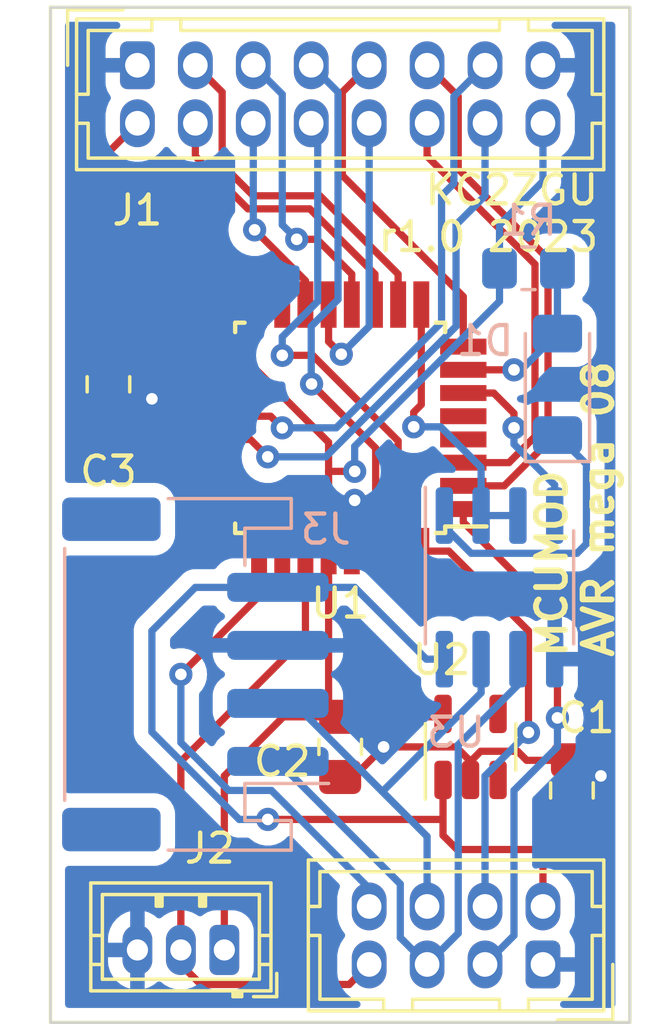
<source format=kicad_pcb>
(kicad_pcb (version 20221018) (generator pcbnew)
  (layers (0 "F.Cu" signal) (31 "B.Cu" signal) (34 "B.Paste" user) (35 "F.Paste" user) (36 "B.SilkS" user "B.Silkscreen") (37 "F.SilkS" user "F.Silkscreen") (38 "B.Mask" user) (39 "F.Mask" user) (44 "Edge.Cuts" user))
  (net 0 "")
  (net 1 "+5V")
  (net 2 "GND")
  (net 3 "+3.3V")
  (net 4 "Net-(D1-K)")
  (net 5 "Net-(D1-A)")
  (net 6 "IO0")
  (net 7 "IO1")
  (net 8 "IO2")
  (net 9 "IO3")
  (net 10 "IO6")
  (net 11 "IO7")
  (net 12 "IO8")
  (net 13 "IO9")
  (net 14 "IO10")
  (net 15 "IO11")
  (net 16 "IO12")
  (net 17 "IO13")
  (net 18 "IO4")
  (net 19 "IO5")
  (net 20 "RS485A")
  (net 21 "RS485B")
  (net 22 "UPDI")
  (net 23 "RST")
  (net 26 "Net-(U1-PC0)")
  (net 27 "Net-(U1-PC3)")
  (footprint "Capacitor_SMD:C_0805_2012Metric_Pad1.18x1.45mm_HandSolder" (layer "F.Cu") (at 118 127 90)
    (fp_text reference "C1" (at 2.5 0.5 180) (layer "F.SilkS"))
    (fp_text value "C")
    (fp_line (start -0.261252 -0.735) (end 0.261252 -0.735) (stroke (width 0.12)) (layer "F.SilkS"))
    (fp_line (start -0.261252 0.735) (end 0.261252 0.735) (stroke (width 0.12)) (layer "F.SilkS"))
    (pad "1" smd roundrect (at -1.0375 0 90) (size 1.175 1.45) (layers "F.Cu" "F.Paste" "F.Mask") (roundrect_rratio 0.2127659574) (net 1 "+5V"))
    (pad "2" smd roundrect (at 1.0375 0 90) (size 1.175 1.45) (layers "F.Cu" "F.Paste" "F.Mask") (roundrect_rratio 0.2127659574) (net 2 "GND"))
  )
  (footprint "Package_TO_SOT_SMD:TSOT-23-5" (layer "F.Cu") (at 114.5 125.5 90)
    (fp_text reference "U2" (at 3 -1 180) (layer "F.SilkS"))
    (fp_text value "ADP7142AUJZ-3.3")
    (fp_line (start 0 -1.56) (end -1.8 -1.56) (stroke (width 0.12)) (layer "F.SilkS"))
    (fp_line (start 0 -1.56) (end 0.8 -1.56) (stroke (width 0.12)) (layer "F.SilkS"))
    (fp_line (start 0 1.56) (end -0.8 1.56) (stroke (width 0.12)) (layer "F.SilkS"))
    (fp_line (start 0 1.56) (end 0.8 1.56) (stroke (width 0.12)) (layer "F.SilkS"))
    (pad "1" smd roundrect (at -1.1375 -0.95 90) (size 1.325 0.6) (layers "F.Cu" "F.Paste" "F.Mask") (net 1 "+5V"))
    (pad "2" smd roundrect (at -1.1375 0 90) (size 1.325 0.6) (layers "F.Cu" "F.Paste" "F.Mask") (net 2 "GND"))
    (pad "3" smd roundrect (at -1.1375 0.95 90) (size 1.325 0.6) (layers "F.Cu" "F.Paste" "F.Mask"))
    (pad "4" smd roundrect (at 1.1375 0.95 90) (size 1.325 0.6) (layers "F.Cu" "F.Paste" "F.Mask"))
    (pad "5" smd roundrect (at 1.1375 -0.95 90) (size 1.325 0.6) (layers "F.Cu" "F.Paste" "F.Mask") (net 3 "+3.3V"))
  )
  (footprint "Capacitor_SMD:C_0805_2012Metric_Pad1.18x1.45mm_HandSolder" (layer "F.Cu") (at 110 125.5 -90)
    (fp_text reference "C2" (at 0.5 2 -180) (layer "F.SilkS"))
    (fp_text value "C")
    (fp_line (start -0.261252 -0.735) (end 0.261252 -0.735) (stroke (width 0.12)) (layer "F.SilkS"))
    (fp_line (start -0.261252 0.735) (end 0.261252 0.735) (stroke (width 0.12)) (layer "F.SilkS"))
    (pad "1" smd roundrect (at -1.0375 0 270) (size 1.175 1.45) (layers "F.Cu" "F.Paste" "F.Mask") (roundrect_rratio 0.2127659574) (net 3 "+3.3V"))
    (pad "2" smd roundrect (at 1.0375 0 270) (size 1.175 1.45) (layers "F.Cu" "F.Paste" "F.Mask") (roundrect_rratio 0.2127659574) (net 2 "GND"))
  )
  (footprint "footprints:JST_ZH_B3B-ZR_1x03_P1.50mm_Vertical" (layer "F.Cu") (at 106 132.5 180)
    (fp_text reference "J2" (at 0.5 3.5) (layer "F.SilkS"))
    (fp_text value "Conn_01x03_Pin")
    (fp_line (start -1.81 -1.61) (end -1.81 -0.81) (stroke (width 0.12)) (layer "F.SilkS"))
    (fp_line (start -1.61 -1.41) (end -1.61 2.31) (stroke (width 0.12)) (layer "F.SilkS"))
    (fp_line (start -1.61 -0.5) (end -1.21 -0.5) (stroke (width 0.12)) (layer "F.SilkS"))
    (fp_line (start -1.61 0.5) (end -1.21 0.5) (stroke (width 0.12)) (layer "F.SilkS"))
    (fp_line (start -1.61 2.31) (end 4.61 2.31) (stroke (width 0.12)) (layer "F.SilkS"))
    (fp_line (start -1.21 -1.01) (end -1.21 1.91) (stroke (width 0.12)) (layer "F.SilkS"))
    (fp_line (start -1.21 1.91) (end 4.21 1.91) (stroke (width 0.12)) (layer "F.SilkS"))
    (fp_line (start -1.01 -1.61) (end -1.81 -1.61) (stroke (width 0.12)) (layer "F.SilkS"))
    (fp_line (start -0.6 -1.61) (end -0.6 -1.41) (stroke (width 0.12)) (layer "F.SilkS"))
    (fp_line (start -0.3 -1.61) (end -0.6 -1.61) (stroke (width 0.12)) (layer "F.SilkS"))
    (fp_line (start -0.3 -1.51) (end -0.6 -1.51) (stroke (width 0.12)) (layer "F.SilkS"))
    (fp_line (start -0.3 -1.41) (end -0.3 -1.61) (stroke (width 0.12)) (layer "F.SilkS"))
    (fp_line (start 0.65 1.51) (end 0.85 1.51) (stroke (width 0.12)) (layer "F.SilkS"))
    (fp_line (start 0.65 1.91) (end 0.65 1.51) (stroke (width 0.12)) (layer "F.SilkS"))
    (fp_line (start 0.75 1.91) (end 0.75 1.51) (stroke (width 0.12)) (layer "F.SilkS"))
    (fp_line (start 0.85 1.51) (end 0.85 1.91) (stroke (width 0.12)) (layer "F.SilkS"))
    (fp_line (start 2.15 1.51) (end 2.35 1.51) (stroke (width 0.12)) (layer "F.SilkS"))
    (fp_line (start 2.15 1.91) (end 2.15 1.51) (stroke (width 0.12)) (layer "F.SilkS"))
    (fp_line (start 2.25 1.91) (end 2.25 1.51) (stroke (width 0.12)) (layer "F.SilkS"))
    (fp_line (start 2.35 1.51) (end 2.35 1.91) (stroke (width 0.12)) (layer "F.SilkS"))
    (fp_line (start 4.21 -1.01) (end -1.21 -1.01) (stroke (width 0.12)) (layer "F.SilkS"))
    (fp_line (start 4.21 1.91) (end 4.21 -1.01) (stroke (width 0.12)) (layer "F.SilkS"))
    (fp_line (start 4.61 -1.41) (end -1.61 -1.41) (stroke (width 0.12)) (layer "F.SilkS"))
    (fp_line (start 4.61 -0.5) (end 4.21 -0.5) (stroke (width 0.12)) (layer "F.SilkS"))
    (fp_line (start 4.61 0.5) (end 4.21 0.5) (stroke (width 0.12)) (layer "F.SilkS"))
    (fp_line (start 4.61 2.31) (end 4.61 -1.41) (stroke (width 0.12)) (layer "F.SilkS"))
    (pad "1" thru_hole roundrect (at 0 0 180) (size 1.03 1.73) (drill 0.73) (layers "*.Cu" "*.Mask") (roundrect_rratio 0.2427184466) (net 3 "+3.3V"))
    (pad "2" thru_hole oval (at 1.5 0 180) (size 1.03 1.73) (drill 0.73) (layers "*.Cu" "*.Mask") (net 22 "UPDI"))
    (pad "3" thru_hole oval (at 3 0 180) (size 1.03 1.73) (drill 0.73) (layers "*.Cu" "*.Mask") (net 2 "GND"))
  )
  (footprint "mcumod:MCUMOD" (layer "F.Cu") (at 100 100)
    (fp_text reference "J1" (at 3 7 unlocked) (layer "F.SilkS"))
    (fp_text value "Conn_02x12_Odd_Even")
    (fp_line (start 0.59 0.09) (end 2.5 0.09) (stroke (width 0.12)) (layer "F.SilkS"))
    (fp_line (start 0.59 2) (end 0.59 0.09) (stroke (width 0.12)) (layer "F.SilkS"))
    (fp_line (start 0.9 0.4) (end 0.9 5.6) (stroke (width 0.12)) (layer "F.SilkS"))
    (fp_line (start 0.9 3) (end 1.3 3) (stroke (width 0.12)) (layer "F.SilkS"))
    (fp_line (start 0.9 4) (end 1.3 4) (stroke (width 0.12)) (layer "F.SilkS"))
    (fp_line (start 0.9 5.6) (end 19.1 5.6) (stroke (width 0.12)) (layer "F.SilkS"))
    (fp_line (start 1.3 0.8) (end 3.5 0.8) (stroke (width 0.12)) (layer "F.SilkS"))
    (fp_line (start 1.3 3) (end 1.3 0.8) (stroke (width 0.12)) (layer "F.SilkS"))
    (fp_line (start 1.3 4) (end 1.3 5.2) (stroke (width 0.12)) (layer "F.SilkS"))
    (fp_line (start 1.3 5.2) (end 18.7 5.2) (stroke (width 0.12)) (layer "F.SilkS"))
    (fp_line (start 3.5 0.8) (end 3.5 0.4) (stroke (width 0.12)) (layer "F.SilkS"))
    (fp_line (start 4.5 0.4) (end 4.5 0.8) (stroke (width 0.12)) (layer "F.SilkS"))
    (fp_line (start 4.5 0.8) (end 15.5 0.8) (stroke (width 0.12)) (layer "F.SilkS"))
    (fp_line (start 8.9 29.4) (end 8.9 34.6) (stroke (width 0.12)) (layer "F.SilkS"))
    (fp_line (start 8.9 32) (end 9.3 32) (stroke (width 0.12)) (layer "F.SilkS"))
    (fp_line (start 8.9 34.6) (end 19.1 34.6) (stroke (width 0.12)) (layer "F.SilkS"))
    (fp_line (start 9.3 29.8) (end 9.3 31) (stroke (width 0.12)) (layer "F.SilkS"))
    (fp_line (start 9.3 31) (end 8.9 31) (stroke (width 0.12)) (layer "F.SilkS"))
    (fp_line (start 9.3 32) (end 9.3 34.2) (stroke (width 0.12)) (layer "F.SilkS"))
    (fp_line (start 9.3 34.2) (end 11.5 34.2) (stroke (width 0.12)) (layer "F.SilkS"))
    (fp_line (start 11.5 34.2) (end 11.5 34.6) (stroke (width 0.12)) (layer "F.SilkS"))
    (fp_line (start 12.5 34.2) (end 12.5 34.6) (stroke (width 0.12)) (layer "F.SilkS"))
    (fp_line (start 15.5 0.8) (end 15.5 0.4) (stroke (width 0.12)) (layer "F.SilkS"))
    (fp_line (start 15.5 34.2) (end 12.5 34.2) (stroke (width 0.12)) (layer "F.SilkS"))
    (fp_line (start 15.5 34.6) (end 15.5 34.2) (stroke (width 0.12)) (layer "F.SilkS"))
    (fp_line (start 16.5 0.8) (end 16.5 0.4) (stroke (width 0.12)) (layer "F.SilkS"))
    (fp_line (start 16.5 34.2) (end 16.5 34.6) (stroke (width 0.12)) (layer "F.SilkS"))
    (fp_line (start 18.7 0.8) (end 16.5 0.8) (stroke (width 0.12)) (layer "F.SilkS"))
    (fp_line (start 18.7 3) (end 18.7 0.8) (stroke (width 0.12)) (layer "F.SilkS"))
    (fp_line (start 18.7 4) (end 19.1 4) (stroke (width 0.12)) (layer "F.SilkS"))
    (fp_line (start 18.7 5.2) (end 18.7 4) (stroke (width 0.12)) (layer "F.SilkS"))
    (fp_line (start 18.7 29.8) (end 9.3 29.8) (stroke (width 0.12)) (layer "F.SilkS"))
    (fp_line (start 18.7 31) (end 18.7 29.8) (stroke (width 0.12)) (layer "F.SilkS"))
    (fp_line (start 18.7 32) (end 18.7 34.2) (stroke (width 0.12)) (layer "F.SilkS"))
    (fp_line (start 18.7 34.2) (end 16.5 34.2) (stroke (width 0.12)) (layer "F.SilkS"))
    (fp_line (start 19.1 0.4) (end 0.9 0.4) (stroke (width 0.12)) (layer "F.SilkS"))
    (fp_line (start 19.1 3) (end 18.7 3) (stroke (width 0.12)) (layer "F.SilkS"))
    (fp_line (start 19.1 5.6) (end 19.1 0.4) (stroke (width 0.12)) (layer "F.SilkS"))
    (fp_line (start 19.1 29.4) (end 8.9 29.4) (stroke (width 0.12)) (layer "F.SilkS"))
    (fp_line (start 19.1 31) (end 18.7 31) (stroke (width 0.12)) (layer "F.SilkS"))
    (fp_line (start 19.1 32) (end 18.7 32) (stroke (width 0.12)) (layer "F.SilkS"))
    (fp_line (start 19.1 34.6) (end 19.1 29.4) (stroke (width 0.12)) (layer "F.SilkS"))
    (fp_line (start 19.41 33) (end 19.41 34.91) (stroke (width 0.12)) (layer "F.SilkS"))
    (fp_line (start 19.41 34.91) (end 17.5 34.91) (stroke (width 0.12)) (layer "F.SilkS"))
    (fp_rect (start 0 0) (end 20 35) (stroke (width 0.12)) (fill none) (layer "F.SilkS"))
    (pad "1" thru_hole roundrect (at 3 2) (size 1.2 1.65) (drill 0.85) (layers "*.Cu" "*.Mask") (roundrect_rratio 0.2083333333) (net 2 "GND"))
    (pad "2" thru_hole oval (at 3 4) (size 1.2 1.65) (drill 0.85) (layers "*.Cu" "*.Mask") (net 3 "+3.3V"))
    (pad "3" thru_hole oval (at 5 2) (size 1.2 1.65) (drill 0.85) (layers "*.Cu" "*.Mask") (net 6 "IO0"))
    (pad "4" thru_hole oval (at 5 4) (size 1.2 1.65) (drill 0.85) (layers "*.Cu" "*.Mask") (net 7 "IO1"))
    (pad "5" thru_hole oval (at 7 2) (size 1.2 1.65) (drill 0.85) (layers "*.Cu" "*.Mask") (net 8 "IO2"))
    (pad "6" thru_hole oval (at 7 4) (size 1.2 1.65) (drill 0.85) (layers "*.Cu" "*.Mask") (net 9 "IO3"))
    (pad "7" thru_hole oval (at 9 2) (size 1.2 1.65) (drill 0.85) (layers "*.Cu" "*.Mask") (net 10 "IO6"))
    (pad "8" thru_hole oval (at 9 4) (size 1.2 1.65) (drill 0.85) (layers "*.Cu" "*.Mask") (net 11 "IO7"))
    (pad "9" thru_hole oval (at 11 2) (size 1.2 1.65) (drill 0.85) (layers "*.Cu" "*.Mask") (net 12 "IO8"))
    (pad "10" thru_hole oval (at 11 4) (size 1.2 1.65) (drill 0.85) (layers "*.Cu" "*.Mask") (net 13 "IO9"))
    (pad "11" thru_hole oval (at 13 2) (size 1.2 1.65) (drill 0.85) (layers "*.Cu" "*.Mask") (net 14 "IO10"))
    (pad "12" thru_hole oval (at 13 4) (size 1.2 1.65) (drill 0.85) (layers "*.Cu" "*.Mask") (net 15 "IO11"))
    (pad "13" thru_hole oval (at 15 2) (size 1.2 1.65) (drill 0.85) (layers "*.Cu" "*.Mask") (net 16 "IO12"))
    (pad "14" thru_hole oval (at 15 4) (size 1.2 1.65) (drill 0.85) (layers "*.Cu" "*.Mask") (net 17 "IO13"))
    (pad "15" thru_hole oval (at 17 2) (size 1.2 1.65) (drill 0.85) (layers "*.Cu" "*.Mask") (net 2 "GND"))
    (pad "16" thru_hole oval (at 17 4) (size 1.2 1.65) (drill 0.85) (layers "*.Cu" "*.Mask") (net 3 "+3.3V"))
    (pad "17" thru_hole roundrect (at 17 33 180) (size 1.2 1.65) (drill 0.85) (layers "*.Cu" "*.Mask") (roundrect_rratio 0.2083333333) (net 2 "GND"))
    (pad "18" thru_hole oval (at 17 31 180) (size 1.2 1.65) (drill 0.85) (layers "*.Cu" "*.Mask") (net 1 "+5V"))
    (pad "19" thru_hole oval (at 15 33 180) (size 1.2 1.65) (drill 0.85) (layers "*.Cu" "*.Mask") (net 18 "IO4"))
    (pad "20" thru_hole oval (at 15 31 180) (size 1.2 1.65) (drill 0.85) (layers "*.Cu" "*.Mask") (net 19 "IO5"))
    (pad "21" thru_hole oval (at 13 33 180) (size 1.2 1.65) (drill 0.85) (layers "*.Cu" "*.Mask") (net 20 "RS485A"))
    (pad "22" thru_hole oval (at 13 31 180) (size 1.2 1.65) (drill 0.85) (layers "*.Cu" "*.Mask") (net 21 "RS485B"))
    (pad "23" thru_hole oval (at 11 33 180) (size 1.2 1.65) (drill 0.85) (layers "*.Cu" "*.Mask") (net 22 "UPDI"))
    (pad "24" thru_hole oval (at 11 31 180) (size 1.2 1.65) (drill 0.85) (layers "*.Cu" "*.Mask") (net 23 "RST"))
  )
  (footprint "Package_QFP:TQFP-32_7x7mm_P0.8mm" (layer "F.Cu") (at 110 114.5 180)
    (fp_text reference "U1" (at 0 -6.05) (layer "F.SilkS"))
    (fp_text value "ATmega3208-A")
    (fp_line (start -3.625 -3.625) (end -3.625 -3.4) (stroke (width 0.15)) (layer "F.SilkS"))
    (fp_line (start -3.625 -3.625) (end -3.3 -3.625) (stroke (width 0.15)) (layer "F.SilkS"))
    (fp_line (start -3.625 -3.4) (end -5.05 -3.4) (stroke (width 0.15)) (layer "F.SilkS"))
    (fp_line (start -3.625 3.625) (end -3.625 3.3) (stroke (width 0.15)) (layer "F.SilkS"))
    (fp_line (start -3.625 3.625) (end -3.3 3.625) (stroke (width 0.15)) (layer "F.SilkS"))
    (fp_line (start 3.625 -3.625) (end 3.3 -3.625) (stroke (width 0.15)) (layer "F.SilkS"))
    (fp_line (start 3.625 -3.625) (end 3.625 -3.3) (stroke (width 0.15)) (layer "F.SilkS"))
    (fp_line (start 3.625 3.625) (end 3.3 3.625) (stroke (width 0.15)) (layer "F.SilkS"))
    (fp_line (start 3.625 3.625) (end 3.625 3.3) (stroke (width 0.15)) (layer "F.SilkS"))
    (pad "1" smd rect (at -4.25 -2.8 180) (size 1.6 0.55) (layers "F.Cu" "F.Paste" "F.Mask") (net 18 "IO4"))
    (pad "2" smd rect (at -4.25 -2 180) (size 1.6 0.55) (layers "F.Cu" "F.Paste" "F.Mask") (net 14 "IO10"))
    (pad "3" smd rect (at -4.25 -1.2 180) (size 1.6 0.55) (layers "F.Cu" "F.Paste" "F.Mask") (net 15 "IO11"))
    (pad "4" smd rect (at -4.25 -0.4 180) (size 1.6 0.55) (layers "F.Cu" "F.Paste" "F.Mask"))
    (pad "5" smd rect (at -4.25 0.4 180) (size 1.6 0.55) (layers "F.Cu" "F.Paste" "F.Mask"))
    (pad "6" smd rect (at -4.25 1.2 180) (size 1.6 0.55) (layers "F.Cu" "F.Paste" "F.Mask") (net 26 "Net-(U1-PC0)"))
    (pad "7" smd rect (at -4.25 2 180) (size 1.6 0.55) (layers "F.Cu" "F.Paste" "F.Mask") (net 5 "Net-(D1-A)"))
    (pad "8" smd rect (at -4.25 2.8 180) (size 1.6 0.55) (layers "F.Cu" "F.Paste" "F.Mask") (net 12 "IO8"))
    (pad "9" smd rect (at -2.8 4.25 270) (size 1.6 0.55) (layers "F.Cu" "F.Paste" "F.Mask") (net 27 "Net-(U1-PC3)"))
    (pad "10" smd rect (at -2 4.25 270) (size 1.6 0.55) (layers "F.Cu" "F.Paste" "F.Mask") (net 6 "IO0"))
    (pad "11" smd rect (at -1.2 4.25 270) (size 1.6 0.55) (layers "F.Cu" "F.Paste" "F.Mask") (net 7 "IO1"))
    (pad "12" smd rect (at -0.4 4.25 270) (size 1.6 0.55) (layers "F.Cu" "F.Paste" "F.Mask") (net 8 "IO2"))
    (pad "13" smd rect (at 0.4 4.25 270) (size 1.6 0.55) (layers "F.Cu" "F.Paste" "F.Mask") (net 13 "IO9"))
    (pad "14" smd rect (at 1.2 4.25 270) (size 1.6 0.55) (layers "F.Cu" "F.Paste" "F.Mask") (net 9 "IO3"))
    (pad "15" smd rect (at 2 4.25 270) (size 1.6 0.55) (layers "F.Cu" "F.Paste" "F.Mask"))
    (pad "16" smd rect (at 2.8 4.25 270) (size 1.6 0.55) (layers "F.Cu" "F.Paste" "F.Mask"))
    (pad "17" smd rect (at 4.25 2.8 180) (size 1.6 0.55) (layers "F.Cu" "F.Paste" "F.Mask"))
    (pad "18" smd rect (at 4.25 2 180) (size 1.6 0.55) (layers "F.Cu" "F.Paste" "F.Mask") (net 3 "+3.3V"))
    (pad "19" smd rect (at 4.25 1.2 180) (size 1.6 0.55) (layers "F.Cu" "F.Paste" "F.Mask") (net 2 "GND"))
    (pad "20" smd rect (at 4.25 0.4 180) (size 1.6 0.55) (layers "F.Cu" "F.Paste" "F.Mask") (net 16 "IO12"))
    (pad "21" smd rect (at 4.25 -0.4 180) (size 1.6 0.55) (layers "F.Cu" "F.Paste" "F.Mask") (net 17 "IO13"))
    (pad "22" smd rect (at 4.25 -1.2 180) (size 1.6 0.55) (layers "F.Cu" "F.Paste" "F.Mask"))
    (pad "23" smd rect (at 4.25 -2 180) (size 1.6 0.55) (layers "F.Cu" "F.Paste" "F.Mask"))
    (pad "24" smd rect (at 4.25 -2.8 180) (size 1.6 0.55) (layers "F.Cu" "F.Paste" "F.Mask"))
    (pad "25" smd rect (at 2.8 -4.25 270) (size 1.6 0.55) (layers "F.Cu" "F.Paste" "F.Mask"))
    (pad "26" smd rect (at 2 -4.25 270) (size 1.6 0.55) (layers "F.Cu" "F.Paste" "F.Mask") (net 23 "RST"))
    (pad "27" smd rect (at 1.2 -4.25 270) (size 1.6 0.55) (layers "F.Cu" "F.Paste" "F.Mask") (net 22 "UPDI"))
    (pad "28" smd rect (at 0.4 -4.25 270) (size 1.6 0.55) (layers "F.Cu" "F.Paste" "F.Mask") (net 3 "+3.3V"))
    (pad "29" smd rect (at -0.4 -4.25 270) (size 1.6 0.55) (layers "F.Cu" "F.Paste" "F.Mask") (net 2 "GND"))
    (pad "30" smd rect (at -1.2 -4.25 270) (size 1.6 0.55) (layers "F.Cu" "F.Paste" "F.Mask") (net 10 "IO6"))
    (pad "31" smd rect (at -2 -4.25 270) (size 1.6 0.55) (layers "F.Cu" "F.Paste" "F.Mask") (net 11 "IO7"))
    (pad "32" smd rect (at -2.8 -4.25 270) (size 1.6 0.55) (layers "F.Cu" "F.Paste" "F.Mask") (net 19 "IO5"))
  )
  (footprint "Capacitor_SMD:C_0805_2012Metric_Pad1.18x1.45mm_HandSolder" (layer "F.Cu") (at 102 113 -90)
    (fp_text reference "C3" (at 3 0 -180) (layer "F.SilkS"))
    (fp_text value "C")
    (fp_line (start -0.261252 -0.735) (end 0.261252 -0.735) (stroke (width 0.12)) (layer "F.SilkS"))
    (fp_line (start -0.261252 0.735) (end 0.261252 0.735) (stroke (width 0.12)) (layer "F.SilkS"))
    (pad "1" smd roundrect (at -1.0375 0 270) (size 1.175 1.45) (layers "F.Cu" "F.Paste" "F.Mask") (roundrect_rratio 0.2127659574) (net 3 "+3.3V"))
    (pad "2" smd roundrect (at 1.0375 0 270) (size 1.175 1.45) (layers "F.Cu" "F.Paste" "F.Mask") (roundrect_rratio 0.2127659574) (net 2 "GND"))
  )
  (footprint "Diode_SMD:D_MiniMELF" (layer "B.Cu") (at 117.5 113 90)
    (fp_text reference "D1" (at 1.5 -2.5 180) (layer "B.SilkS") (effects (justify mirror)))
    (fp_text value "LL4148")
    (fp_line (start -2.66 -1.11) (end 1.75 -1.11) (stroke (width 0.12)) (layer "B.SilkS"))
    (fp_line (start -2.66 1.11) (end -2.66 -1.11) (stroke (width 0.12)) (layer "B.SilkS"))
    (fp_line (start 1.75 1.11) (end -2.66 1.11) (stroke (width 0.12)) (layer "B.SilkS"))
    (pad "1" smd roundrect (at -1.75 0 90) (size 1.3 1.7) (layers "B.Cu" "B.Paste" "B.Mask") (roundrect_rratio 0.1923076923) (net 4 "Net-(D1-K)"))
    (pad "2" smd roundrect (at 1.75 0 90) (size 1.3 1.7) (layers "B.Cu" "B.Paste" "B.Mask") (roundrect_rratio 0.1923076923) (net 5 "Net-(D1-A)"))
  )
  (footprint "Resistor_SMD:R_0805_2012Metric_Pad1.20x1.40mm_HandSolder" (layer "B.Cu") (at 116.5 109 180)
    (fp_text reference "R1" (at 0 1.65) (layer "B.SilkS") (effects (justify mirror)))
    (fp_text value "R_US")
    (fp_line (start -0.227064 -0.735) (end 0.227064 -0.735) (stroke (width 0.12)) (layer "B.SilkS"))
    (fp_line (start -0.227064 0.735) (end 0.227064 0.735) (stroke (width 0.12)) (layer "B.SilkS"))
    (pad "1" smd roundrect (at -1 0 180) (size 1.2 1.4) (layers "B.Cu" "B.Paste" "B.Mask") (roundrect_rratio 0.2083333333) (net 5 "Net-(D1-A)"))
    (pad "2" smd roundrect (at 1 0 180) (size 1.2 1.4) (layers "B.Cu" "B.Paste" "B.Mask") (roundrect_rratio 0.2083333333) (net 3 "+3.3V"))
  )
  (footprint "Package_SO:SOIC-8_3.9x4.9mm_P1.27mm" (layer "B.Cu") (at 115.5 120 -90)
    (fp_text reference "U3" (at 5 1.5 -180) (layer "B.SilkS") (effects (justify mirror)))
    (fp_text value "ST485EBDR")
    (fp_line (start 0 -2.56) (end -1.95 -2.56) (stroke (width 0.12)) (layer "B.SilkS"))
    (fp_line (start 0 -2.56) (end 1.95 -2.56) (stroke (width 0.12)) (layer "B.SilkS"))
    (fp_line (start 0 2.56) (end -3.45 2.56) (stroke (width 0.12)) (layer "B.SilkS"))
    (fp_line (start 0 2.56) (end 1.95 2.56) (stroke (width 0.12)) (layer "B.SilkS"))
    (pad "1" smd roundrect (at -2.475 1.905 270) (size 1.95 0.6) (layers "B.Cu" "B.Paste" "B.Mask") (net 4 "Net-(D1-K)"))
    (pad "2" smd roundrect (at -2.475 0.635 270) (size 1.95 0.6) (layers "B.Cu" "B.Paste" "B.Mask") (net 27 "Net-(U1-PC3)"))
    (pad "3" smd roundrect (at -2.475 -0.635 270) (size 1.95 0.6) (layers "B.Cu" "B.Paste" "B.Mask") (net 27 "Net-(U1-PC3)"))
    (pad "4" smd roundrect (at -2.475 -1.905 270) (size 1.95 0.6) (layers "B.Cu" "B.Paste" "B.Mask") (net 26 "Net-(U1-PC0)"))
    (pad "5" smd roundrect (at 2.475 -1.905 270) (size 1.95 0.6) (layers "B.Cu" "B.Paste" "B.Mask") (net 2 "GND"))
    (pad "6" smd roundrect (at 2.475 -0.635 270) (size 1.95 0.6) (layers "B.Cu" "B.Paste" "B.Mask") (net 20 "RS485A"))
    (pad "7" smd roundrect (at 2.475 0.635 270) (size 1.95 0.6) (layers "B.Cu" "B.Paste" "B.Mask") (net 21 "RS485B"))
    (pad "8" smd roundrect (at 2.475 1.905 270) (size 1.95 0.6) (layers "B.Cu" "B.Paste" "B.Mask") (net 1 "+5V"))
  )
  (footprint "Connector_JST:JST_PH_S4B-PH-SM4-TB_1x04-1MP_P2.00mm_Horizontal" (layer "B.Cu") (at 105 123 90)
    (fp_text reference "J3" (at 5 4.5 180) (layer "B.SilkS") (effects (justify mirror)))
    (fp_text value "Conn_01x04_Pin")
    (fp_line (start -6.06 -0.94) (end -6.06 3.31) (stroke (width 0.12)) (layer "B.SilkS"))
    (fp_line (start -6.06 3.31) (end -5.04 3.31) (stroke (width 0.12)) (layer "B.SilkS"))
    (fp_line (start -5.04 1.71) (end -3.76 1.71) (stroke (width 0.12)) (layer "B.SilkS"))
    (fp_line (start -5.04 3.31) (end -5.04 1.71) (stroke (width 0.12)) (layer "B.SilkS"))
    (fp_line (start -4.34 -4.51) (end 4.34 -4.51) (stroke (width 0.12)) (layer "B.SilkS"))
    (fp_line (start -3.76 1.71) (end -3.76 4.6) (stroke (width 0.12)) (layer "B.SilkS"))
    (fp_line (start 5.04 1.71) (end 3.76 1.71) (stroke (width 0.12)) (layer "B.SilkS"))
    (fp_line (start 5.04 3.31) (end 5.04 1.71) (stroke (width 0.12)) (layer "B.SilkS"))
    (fp_line (start 6.06 -0.94) (end 6.06 3.31) (stroke (width 0.12)) (layer "B.SilkS"))
    (fp_line (start 6.06 3.31) (end 5.04 3.31) (stroke (width 0.12)) (layer "B.SilkS"))
    (pad "1" smd roundrect (at -3 2.85 90) (size 1 3.5) (layers "B.Cu" "B.Paste" "B.Mask") (net 20 "RS485A"))
    (pad "2" smd roundrect (at -1 2.85 90) (size 1 3.5) (layers "B.Cu" "B.Paste" "B.Mask") (net 21 "RS485B"))
    (pad "3" smd roundrect (at 1 2.85 90) (size 1 3.5) (layers "B.Cu" "B.Paste" "B.Mask") (net 2 "GND"))
    (pad "4" smd roundrect (at 3 2.85 90) (size 1 3.5) (layers "B.Cu" "B.Paste" "B.Mask") (net 1 "+5V"))
    (pad "MP" smd roundrect (at -5.35 -2.9 90) (size 1.5 3.4) (layers "B.Cu" "B.Paste" "B.Mask") (roundrect_rratio 0.1666673333))
    (pad "MP" smd roundrect (at 5.35 -2.9 90) (size 1.5 3.4) (layers "B.Cu" "B.Paste" "B.Mask") (roundrect_rratio 0.1666673333))
  )
  (gr_rect (start 100 100) (end 120 135) (stroke (width 0.1)) (fill none) (layer "Edge.Cuts"))
  (gr_text "MCUMOD\nAVR mega 08" (at 119.5 122.5 90) (layer "F.SilkS") (effects (font (size 1 1) (thickness 0.2) bold) (justify left bottom)))
  (gr_text "KC2ZGU\nr1.0 2023" (at 119 108.5) (layer "F.SilkS") (effects (font (size 1 1)) (justify right bottom)))
  (segment (start 113.55 128) (end 113.55 126.6375) (width 0.25) (layer "F.Cu") (net 1))
  (segment (start 117 131) (end 117 129.0375) (width 0.25) (layer "F.Cu") (net 1))
  (segment (start 113.55 128) (end 107.5 128) (width 0.25) (layer "F.Cu") (net 1))
  (segment (start 117 129.0375) (end 118 128.0375) (width 0.25) (layer "F.Cu") (net 1))
  (segment (start 117 129.0375) (end 114.0375 129.0375) (width 0.25) (layer "F.Cu") (net 1))
  (segment (start 114.0375 129.0375) (end 113.55 128.55) (width 0.25) (layer "F.Cu") (net 1))
  (segment (start 113.55 128.55) (end 113.55 128) (width 0.25) (layer "F.Cu") (net 1))
  (via (at 107.5 128) (size 0.8) (drill 0.4) (layers "F.Cu" "B.Cu") (net 1))
  (segment (start 112.975 122.475) (end 110.5 120) (width 0.25) (layer "B.Cu") (net 1))
  (segment (start 106.513604 128) (end 103.5 124.986396) (width 0.25) (layer "B.Cu") (net 1))
  (segment (start 103.5 121.5) (end 105 120) (width 0.25) (layer "B.Cu") (net 1))
  (segment (start 110.5 120) (end 107.85 120) (width 0.25) (layer "B.Cu") (net 1))
  (segment (start 103.5 124.986396) (end 103.5 121.5) (width 0.25) (layer "B.Cu") (net 1))
  (segment (start 113.595 122.475) (end 112.975 122.475) (width 0.25) (layer "B.Cu") (net 1))
  (segment (start 105 120) (end 107.85 120) (width 0.25) (layer "B.Cu") (net 1))
  (segment (start 107.5 128) (end 106.513604 128) (width 0.25) (layer "B.Cu") (net 1))
  (segment (start 102 114.0375) (end 102.9625 114.0375) (width 0.25) (layer "F.Cu") (net 2))
  (segment (start 118 125.9625) (end 118.4625 125.9625) (width 0.25) (layer "F.Cu") (net 2))
  (segment (start 110.4 117.1) (end 110.5 117) (width 0.25) (layer "F.Cu") (net 2))
  (segment (start 114 125.5) (end 114.5 126) (width 0.25) (layer "F.Cu") (net 2))
  (segment (start 114.5 126) (end 114.85 125.65) (width 0.25) (layer "F.Cu") (net 2))
  (segment (start 110.4625 126.5375) (end 111.35 125.65) (width 0.25) (layer "F.Cu") (net 2))
  (segment (start 111.35 125.65) (end 111.5 125.5) (width 0.25) (layer "F.Cu") (net 2))
  (segment (start 116.124695 125.65) (end 116.437195 125.9625) (width 0.25) (layer "F.Cu") (net 2))
  (segment (start 114.5 126.6375) (end 114.5 126) (width 0.25) (layer "F.Cu") (net 2))
  (segment (start 102.9625 114.0375) (end 103.5 113.5) (width 0.25) (layer "F.Cu") (net 2))
  (segment (start 103.7 113.3) (end 105.75 113.3) (width 0.25) (layer "F.Cu") (net 2))
  (segment (start 110 126.5375) (end 110.4625 126.5375) (width 0.25) (layer "F.Cu") (net 2))
  (segment (start 103.5 113.5) (end 103.7 113.3) (width 0.25) (layer "F.Cu") (net 2))
  (segment (start 116.437195 125.9625) (end 118 125.9625) (width 0.25) (layer "F.Cu") (net 2))
  (segment (start 111.5 125.5) (end 114 125.5) (width 0.25) (layer "F.Cu") (net 2))
  (segment (start 114.85 125.65) (end 116.124695 125.65) (width 0.25) (layer "F.Cu") (net 2))
  (segment (start 110.4 118.75) (end 110.4 117.1) (width 0.25) (layer "F.Cu") (net 2))
  (segment (start 118.4625 125.9625) (end 119 126.5) (width 0.25) (layer "F.Cu") (net 2))
  (via (at 111.5 125.5) (size 0.8) (drill 0.4) (layers "F.Cu" "B.Cu") (net 2))
  (via (at 110.5 117) (size 0.8) (drill 0.4) (layers "F.Cu" "B.Cu") (net 2))
  (via (at 119 126.5) (size 0.8) (drill 0.4) (layers "F.Cu" "B.Cu") (net 2))
  (via (at 103.5 113.5) (size 0.8) (drill 0.4) (layers "F.Cu" "B.Cu") (net 2))
  (segment (start 108.0375 124.4625) (end 110 124.4625) (width 0.25) (layer "F.Cu") (net 3))
  (segment (start 102.5375 112.5) (end 102 111.9625) (width 0.25) (layer "F.Cu") (net 3))
  (segment (start 106 132.5) (end 106 126.5) (width 0.25) (layer "F.Cu") (net 3))
  (segment (start 103 104) (end 102 105) (width 0.25) (layer "F.Cu") (net 3))
  (segment (start 110.5 116) (end 109.6 116) (width 0.25) (layer "F.Cu") (net 3))
  (segment (start 113.45 124.4625) (end 113.55 124.3625) (width 0.25) (layer "F.Cu") (net 3))
  (segment (start 109.6 116) (end 109.6 118.75) (width 0.25) (layer "F.Cu") (net 3))
  (segment (start 107.1 112.5) (end 109.6 115) (width 0.25) (layer "F.Cu") (net 3))
  (segment (start 109.6 124.0625) (end 109.6 118.75) (width 0.25) (layer "F.Cu") (net 3))
  (segment (start 109.6 115) (end 109.6 116) (width 0.25) (layer "F.Cu") (net 3))
  (segment (start 105.75 112.5) (end 107.1 112.5) (width 0.25) (layer "F.Cu") (net 3))
  (segment (start 110 124.4625) (end 113.45 124.4625) (width 0.25) (layer "F.Cu") (net 3))
  (segment (start 106 126.5) (end 108.0375 124.4625) (width 0.25) (layer "F.Cu") (net 3))
  (segment (start 102 105) (end 102 111.9625) (width 0.25) (layer "F.Cu") (net 3))
  (segment (start 110 124.4625) (end 109.6 124.0625) (width 0.25) (layer "F.Cu") (net 3))
  (segment (start 105.75 112.5) (end 102.5375 112.5) (width 0.25) (layer "F.Cu") (net 3))
  (via (at 110.5 116) (size 0.8) (drill 0.4) (layers "F.Cu" "B.Cu") (net 3))
  (segment (start 115.5 109) (end 115.5 110.136396) (width 0.25) (layer "B.Cu") (net 3))
  (segment (start 115.5 110.136396) (end 110.5 115.136396) (width 0.25) (layer "B.Cu") (net 3))
  (segment (start 117 106) (end 117 104) (width 0.25) (layer "B.Cu") (net 3))
  (segment (start 115.5 107.5) (end 117 106) (width 0.25) (layer "B.Cu") (net 3))
  (segment (start 115.5 109) (end 115.5 107.5) (width 0.25) (layer "B.Cu") (net 3))
  (segment (start 110.5 115.136396) (end 110.5 116) (width 0.25) (layer "B.Cu") (net 3))
  (segment (start 118.175 118.825) (end 118.5 118.5) (width 0.25) (layer "B.Cu") (net 4))
  (segment (start 118.5 115.75) (end 117.5 114.75) (width 0.25) (layer "B.Cu") (net 4))
  (segment (start 114.518249 118.825) (end 118.175 118.825) (width 0.25) (layer "B.Cu") (net 4))
  (segment (start 113.595 117.525) (end 113.595 117.901751) (width 0.25) (layer "B.Cu") (net 4))
  (segment (start 113.595 117.901751) (end 114.518249 118.825) (width 0.25) (layer "B.Cu") (net 4))
  (segment (start 118.5 118.5) (end 118.5 115.75) (width 0.25) (layer "B.Cu") (net 4))
  (segment (start 114.25 112.5) (end 116 112.5) (width 0.25) (layer "F.Cu") (net 5))
  (via (at 116 112.5) (size 0.8) (drill 0.4) (layers "F.Cu" "B.Cu") (net 5))
  (segment (start 116.25 112.5) (end 117.5 111.25) (width 0.25) (layer "B.Cu") (net 5))
  (segment (start 116 112.5) (end 116.25 112.5) (width 0.25) (layer "B.Cu") (net 5))
  (segment (start 117.5 111.25) (end 117.5 109) (width 0.25) (layer "B.Cu") (net 5))
  (segment (start 112 109.2) (end 109.3 106.5) (width 0.25) (layer "F.Cu") (net 6))
  (segment (start 107 106.5) (end 105.925 105.425) (width 0.25) (layer "F.Cu") (net 6))
  (segment (start 112 110.25) (end 112 109.2) (width 0.25) (layer "F.Cu") (net 6))
  (segment (start 105.925 102.925) (end 105 102) (width 0.25) (layer "F.Cu") (net 6))
  (segment (start 109.3 106.5) (end 107 106.5) (width 0.25) (layer "F.Cu") (net 6))
  (segment (start 105.925 105.425) (end 105.925 102.925) (width 0.25) (layer "F.Cu") (net 6))
  (segment (start 111.2 109.2) (end 108.95 106.95) (width 0.25) (layer "F.Cu") (net 7))
  (segment (start 111.2 110.25) (end 111.2 109.2) (width 0.25) (layer "F.Cu") (net 7))
  (segment (start 108.95 106.95) (end 106.813604 106.95) (width 0.25) (layer "F.Cu") (net 7))
  (segment (start 105 105.136396) (end 105 104) (width 0.25) (layer "F.Cu") (net 7))
  (segment (start 106.813604 106.95) (end 105 105.136396) (width 0.25) (layer "F.Cu") (net 7))
  (segment (start 110.4 110.25) (end 110.4 109.2) (width 0.25) (layer "F.Cu") (net 8))
  (segment (start 110.4 109.2) (end 109.2 108) (width 0.25) (layer "F.Cu") (net 8))
  (segment (start 109.2 108) (end 108.5 108) (width 0.25) (layer "F.Cu") (net 8))
  (via (at 108.5 108) (size 0.8) (drill 0.4) (layers "F.Cu" "B.Cu") (net 8))
  (segment (start 108 103) (end 107 102) (width 0.25) (layer "B.Cu") (net 8))
  (segment (start 108 107.5) (end 108 103) (width 0.25) (layer "B.Cu") (net 8))
  (segment (start 108.5 108) (end 108 107.5) (width 0.25) (layer "B.Cu") (net 8))
  (segment (start 108.8 109.428353) (end 107.046147 107.6745) (width 0.25) (layer "F.Cu") (net 9))
  (segment (start 108.8 110.25) (end 108.8 109.428353) (width 0.25) (layer "F.Cu") (net 9))
  (via (at 107.046147 107.6745) (size 0.8) (drill 0.4) (layers "F.Cu" "B.Cu") (net 9))
  (segment (start 107 107.628353) (end 107 104) (width 0.25) (layer "B.Cu") (net 9))
  (segment (start 107.046147 107.6745) (end 107 107.628353) (width 0.25) (layer "B.Cu") (net 9))
  (segment (start 111.2 118.75) (end 111.225 118.725) (width 0.25) (layer "F.Cu") (net 10))
  (segment (start 111.225 118.725) (end 111.225 115.200402) (width 0.25) (layer "F.Cu") (net 10))
  (segment (start 111.225 115.200402) (end 109.012299 112.987701) (width 0.25) (layer "F.Cu") (net 10))
  (via (at 109.012299 112.987701) (size 0.8) (drill 0.4) (layers "F.Cu" "B.Cu") (net 10))
  (segment (start 109.925 110.075) (end 109 111) (width 0.25) (layer "B.Cu") (net 10))
  (segment (start 109 102) (end 109.925 102.925) (width 0.25) (layer "B.Cu") (net 10))
  (segment (start 109 112.975402) (end 109.012299 112.987701) (width 0.25) (layer "B.Cu") (net 10))
  (segment (start 109.925 102.925) (end 109.925 110.075) (width 0.25) (layer "B.Cu") (net 10))
  (segment (start 109 111) (end 109 112.975402) (width 0.25) (layer "B.Cu") (net 10))
  (segment (start 108 112) (end 109.049903 112) (width 0.25) (layer "F.Cu") (net 11))
  (segment (start 109.049903 112) (end 112 114.950097) (width 0.25) (layer "F.Cu") (net 11))
  (segment (start 112 114.950097) (end 112 118.75) (width 0.25) (layer "F.Cu") (net 11))
  (via (at 108 112) (size 0.8) (drill 0.4) (layers "F.Cu" "B.Cu") (net 11))
  (segment (start 109 104) (end 109.225 104.225) (width 0.25) (layer "B.Cu") (net 11))
  (segment (start 108 111.363604) (end 108 112) (width 0.25) (layer "B.Cu") (net 11))
  (segment (start 109.225 110.138604) (end 108 111.363604) (width 0.25) (layer "B.Cu") (net 11))
  (segment (start 109.225 104.225) (end 109.225 110.138604) (width 0.25) (layer "B.Cu") (net 11))
  (segment (start 110.075 105.8) (end 110.075 102.925) (width 0.25) (layer "F.Cu") (net 12))
  (segment (start 114.25 109.975) (end 110.075 105.8) (width 0.25) (layer "F.Cu") (net 12))
  (segment (start 114.25 111.7) (end 114.25 109.975) (width 0.25) (layer "F.Cu") (net 12))
  (segment (start 110.075 102.925) (end 111 102) (width 0.25) (layer "F.Cu") (net 12))
  (segment (start 109.6 111.525498) (end 110.037251 111.962749) (width 0.25) (layer "F.Cu") (net 13))
  (segment (start 109.6 110.25) (end 109.6 111.525498) (width 0.25) (layer "F.Cu") (net 13))
  (via (at 110.037251 111.962749) (size 0.8) (drill 0.4) (layers "F.Cu" "B.Cu") (net 13))
  (segment (start 111 111) (end 111 104) (width 0.25) (layer "B.Cu") (net 13))
  (segment (start 110.037251 111.962749) (end 111 111) (width 0.25) (layer "B.Cu") (net 13))
  (segment (start 117.175 114.986701) (end 117.175 108.675) (width 0.25) (layer "F.Cu") (net 14))
  (segment (start 114.075 105.575) (end 114.075 103.075) (width 0.25) (layer "F.Cu") (net 14))
  (segment (start 114.075 103.075) (end 113 102) (width 0.25) (layer "F.Cu") (net 14))
  (segment (start 117.175 108.675) (end 114.075 105.575) (width 0.25) (layer "F.Cu") (net 14))
  (segment (start 114.25 116.5) (end 115.661701 116.5) (width 0.25) (layer "F.Cu") (net 14))
  (segment (start 115.661701 116.5) (end 117.175 114.986701) (width 0.25) (layer "F.Cu") (net 14))
  (segment (start 116.725 108.861396) (end 113 105.136396) (width 0.25) (layer "F.Cu") (net 15))
  (segment (start 116.725 114.800305) (end 116.725 108.861396) (width 0.25) (layer "F.Cu") (net 15))
  (segment (start 115.825305 115.7) (end 116.725 114.800305) (width 0.25) (layer "F.Cu") (net 15))
  (segment (start 113 105.136396) (end 113 104) (width 0.25) (layer "F.Cu") (net 15))
  (segment (start 114.25 115.7) (end 115.825305 115.7) (width 0.25) (layer "F.Cu") (net 15))
  (segment (start 105.75 114.1) (end 107.6 114.1) (width 0.25) (layer "F.Cu") (net 16))
  (segment (start 107.6 114.1) (end 108 114.5) (width 0.25) (layer "F.Cu") (net 16))
  (via (at 108 114.5) (size 0.8) (drill 0.4) (layers "F.Cu" "B.Cu") (net 16))
  (segment (start 109.863604 114.5) (end 109.931802 114.431802) (width 0.25) (layer "B.Cu") (net 16))
  (segment (start 113.925 103.075) (end 113.925 106.075) (width 0.25) (layer "B.Cu") (net 16))
  (segment (start 113.5 106.5) (end 113.5 110.863604) (width 0.25) (layer "B.Cu") (net 16))
  (segment (start 113.925 106.075) (end 113.5 106.5) (width 0.25) (layer "B.Cu") (net 16))
  (segment (start 113.5 110.863604) (end 109.931802 114.431802) (width 0.25) (layer "B.Cu") (net 16))
  (segment (start 115 102) (end 113.925 103.075) (width 0.25) (layer "B.Cu") (net 16))
  (segment (start 108 114.5) (end 109.863604 114.5) (width 0.25) (layer "B.Cu") (net 16))
  (segment (start 106.9 114.9) (end 105.75 114.9) (width 0.25) (layer "F.Cu") (net 17))
  (segment (start 107.5 115.5) (end 106.9 114.9) (width 0.25) (layer "F.Cu") (net 17))
  (via (at 107.5 115.5) (size 0.8) (drill 0.4) (layers "F.Cu" "B.Cu") (net 17))
  (segment (start 109.5 115.5) (end 108.5 115.5) (width 0.25) (layer "B.Cu") (net 17))
  (segment (start 114 107.5) (end 114 111) (width 0.25) (layer "B.Cu") (net 17))
  (segment (start 115 104) (end 115 106.5) (width 0.25) (layer "B.Cu") (net 17))
  (segment (start 115 106.5) (end 114 107.5) (width 0.25) (layer "B.Cu") (net 17))
  (segment (start 114 111) (end 109.5 115.5) (width 0.25) (layer "B.Cu") (net 17))
  (segment (start 108.5 115.5) (end 107.5 115.5) (width 0.25) (layer "B.Cu") (net 17))
  (segment (start 114.25 117.75) (end 117.5 121) (width 0.25) (layer "F.Cu") (net 18))
  (segment (start 114.25 117.3) (end 114.25 117.75) (width 0.25) (layer "F.Cu") (net 18))
  (segment (start 117.5 121) (end 117.5 124.5) (width 0.25) (layer "F.Cu") (net 18))
  (via (at 117.5 124.5) (size 0.8) (drill 0.4) (layers "F.Cu" "B.Cu") (net 18))
  (segment (start 116 127) (end 117.5 125.5) (width 0.25) (layer "B.Cu") (net 18))
  (segment (start 116 129.136396) (end 116 127) (width 0.25) (layer "B.Cu") (net 18))
  (segment (start 117.5 125.5) (end 117.5 124.5) (width 0.25) (layer "B.Cu") (net 18))
  (segment (start 115 133) (end 116 132) (width 0.25) (layer "B.Cu") (net 18))
  (segment (start 116 132) (end 116 129.136396) (width 0.25) (layer "B.Cu") (net 18))
  (segment (start 113.75 118.75) (end 116.5 121.5) (width 0.25) (layer "F.Cu") (net 19))
  (segment (start 116.5 125) (end 116.5 121.5) (width 0.25) (layer "F.Cu") (net 19))
  (segment (start 112.8 118.75) (end 113.75 118.75) (width 0.25) (layer "F.Cu") (net 19))
  (via (at 116.5 125) (size 0.8) (drill 0.4) (layers "F.Cu" "B.Cu") (net 19))
  (segment (start 115 129.5) (end 115 126.5) (width 0.25) (layer "B.Cu") (net 19))
  (segment (start 115 126.5) (end 116.5 125) (width 0.25) (layer "B.Cu") (net 19))
  (segment (start 115 131) (end 115 129.5) (width 0.25) (layer "B.Cu") (net 19))
  (segment (start 113 133) (end 114.075 131.925) (width 0.25) (layer "B.Cu") (net 20))
  (segment (start 114.075 131.925) (end 114.075 125.425) (width 0.25) (layer "B.Cu") (net 20))
  (segment (start 114.075 125.425) (end 116.135 123.365) (width 0.25) (layer "B.Cu") (net 20))
  (segment (start 116.135 123.365) (end 116.135 122.475) (width 0.25) (layer "B.Cu") (net 20))
  (segment (start 112.075 132.075) (end 113 133) (width 0.25) (layer "B.Cu") (net 20))
  (segment (start 107.85 126) (end 112.075 130.225) (width 0.25) (layer "B.Cu") (net 20))
  (segment (start 112.075 130.225) (end 112.075 132.075) (width 0.25) (layer "B.Cu") (net 20))
  (segment (start 114.865 122.475) (end 114.865 123.635) (width 0.25) (layer "B.Cu") (net 21))
  (segment (start 114.865 123.635) (end 111.456586 127.043414) (width 0.25) (layer "B.Cu") (net 21))
  (segment (start 111.456586 127.043414) (end 113 128.586827) (width 0.25) (layer "B.Cu") (net 21))
  (segment (start 113 128.586827) (end 113 131) (width 0.25) (layer "B.Cu") (net 21))
  (segment (start 108.413173 124) (end 111.456586 127.043414) (width 0.25) (layer "B.Cu") (net 21))
  (segment (start 107.85 124) (end 108.413173 124) (width 0.25) (layer "B.Cu") (net 21))
  (segment (start 105.19 133.69) (end 104.5 133) (width 0.25) (layer "F.Cu") (net 22))
  (segment (start 111 133) (end 110.31 133.69) (width 0.25) (layer "F.Cu") (net 22))
  (segment (start 104.5 133) (end 104.5 132.5) (width 0.25) (layer "F.Cu") (net 22))
  (segment (start 110.31 133.69) (end 105.19 133.69) (width 0.25) (layer "F.Cu") (net 22))
  (segment (start 104.5 126) (end 108.8 121.7) (width 0.25) (layer "F.Cu") (net 22))
  (segment (start 108.8 121.7) (end 108.8 118.75) (width 0.25) (layer "F.Cu") (net 22))
  (segment (start 104.5 132.5) (end 104.5 126) (width 0.25) (layer "F.Cu") (net 22))
  (segment (start 108 119.5) (end 108 118.75) (width 0.25) (layer "F.Cu") (net 23))
  (segment (start 104.5 123) (end 108 119.5) (width 0.25) (layer "F.Cu") (net 23))
  (via (at 104.5 123) (size 0.8) (drill 0.4) (layers "F.Cu" "B.Cu") (net 23))
  (segment (start 104.5 125.35) (end 104.5 123) (width 0.25) (layer "B.Cu") (net 23))
  (segment (start 106.15 127) (end 104.5 125.35) (width 0.25) (layer "B.Cu") (net 23))
  (segment (start 107.625 127) (end 106.15 127) (width 0.25) (layer "B.Cu") (net 23))
  (segment (start 111 130.375) (end 107.625 127) (width 0.25) (layer "B.Cu") (net 23))
  (segment (start 111 131) (end 111 130.375) (width 0.25) (layer "B.Cu") (net 23))
  (segment (start 115.3 113.3) (end 114.25 113.3) (width 0.25) (layer "F.Cu") (net 26))
  (segment (start 116 114) (end 115.3 113.3) (width 0.25) (layer "F.Cu") (net 26))
  (segment (start 116 114.5) (end 116 114) (width 0.25) (layer "F.Cu") (net 26))
  (via (at 116 114.5) (size 0.8) (drill 0.4) (layers "F.Cu" "B.Cu") (net 26))
  (segment (start 117.405 116.468173) (end 116 115.063173) (width 0.25) (layer "B.Cu") (net 26))
  (segment (start 116 115.063173) (end 116 114.5) (width 0.25) (layer "B.Cu") (net 26))
  (segment (start 117.405 117.525) (end 117.405 116.468173) (width 0.25) (layer "B.Cu") (net 26))
  (segment (start 112.8 113.7) (end 112.8 110.25) (width 0.25) (layer "F.Cu") (net 27))
  (segment (start 112.538465 113.961535) (end 112.538465 114.465374) (width 0.25) (layer "F.Cu") (net 27))
  (segment (start 112.8 113.7) (end 112.538465 113.961535) (width 0.25) (layer "F.Cu") (net 27))
  (via (at 112.538465 114.465374) (size 0.8) (drill 0.4) (layers "F.Cu" "B.Cu") (net 27))
  (segment (start 114.865 117.525) (end 116.135 117.525) (width 0.25) (layer "B.Cu") (net 27))
  (segment (start 114.865 115.865) (end 114.865 117.525) (width 0.25) (layer "B.Cu") (net 27))
  (segment (start 113.465374 114.465374) (end 114.865 115.865) (width 0.25) (layer "B.Cu") (net 27))
  (segment (start 112.538465 114.465374) (end 113.465374 114.465374) (width 0.25) (layer "B.Cu") (net 27))
  (zone (net 2) (net_name "GND") (layer "B.Cu") (connect_pads (clearance 0.5)) (min_thickness 0.25) (fill yes (thermal_gap 0.5) (thermal_bridge_width 0.5))
    (polygon (pts (xy 100.5 100.5) (xy 119.5 100.5) (xy 119.5 134.5) (xy 100.5 134.5)))
  )
)
</source>
